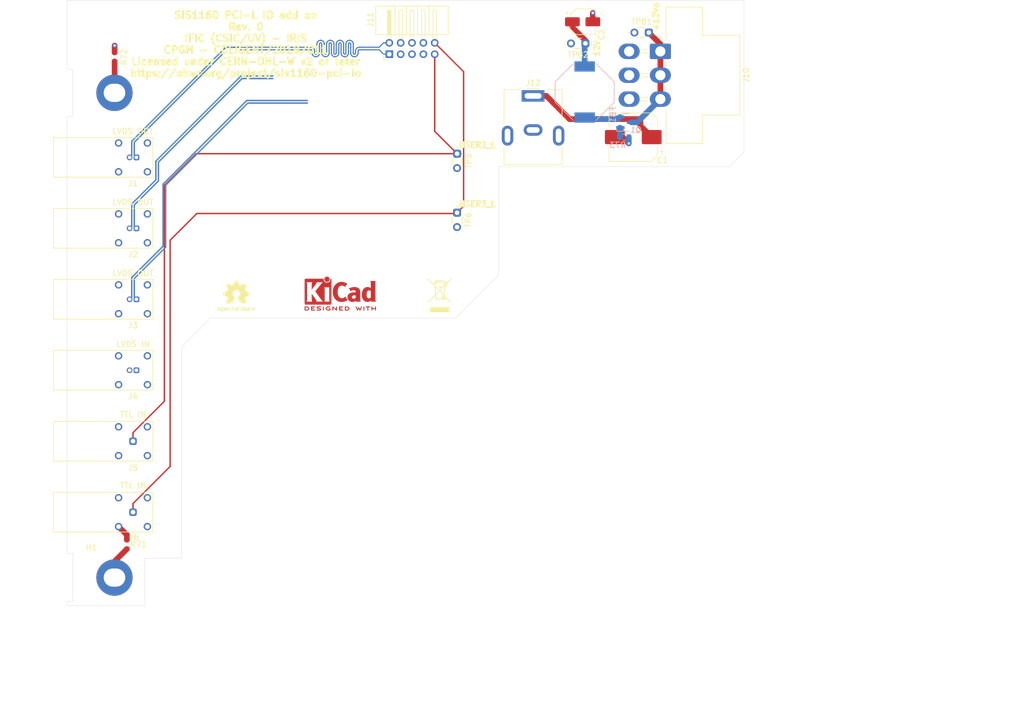
<source format=kicad_pcb>
(kicad_pcb (version 20210722) (generator pcbnew)
  (layers (0 "F.Cu" signal) (1 "In1.Cu" power) (2 "In2.Cu" power) (31 "B.Cu" signal) (34 "B.Paste" user) (35 "F.Paste" user) (36 "B.SilkS" user "B.Silkscreen") (37 "F.SilkS" user "F.Silkscreen") (38 "B.Mask" user) (39 "F.Mask" user) (44 "Edge.Cuts" user))
  (net 0 "")
  (net 1 "GND")
  (net 2 "+12V")
  (net 3 "USER2_L")
  (net 4 "USER3_L")
  (net 5 "CLK_P")
  (net 6 "CLK_N")
  (net 7 "TRIG_P")
  (net 8 "TRIG_N")
  (net 9 "TIMES_P")
  (net 10 "TIMES_N")
  (net 11 "USER1_P")
  (net 12 "USER1_N")
  (net 13 "/MP")
  (net 14 "PEG+12Vo")
  (net 15 "/12Vs")
  (net 16 "/12Vg")
  (footprint "BoardIO:Molex_Mini-Fit_Jr_5569-06A1_2x03_P4.20mm_Horizontal" (layer "F.Cu") (at 104.648 -92.695 -90)
    (fp_text reference "J10")
    (fp_text value "DC PWR IN")
  )
  (footprint "Resistor_SMD:R_0603_1608Metric" (layer "F.Cu") (at 10.668 -5.8675 90)
    (fp_text reference "R71")
    (fp_text value "0")
  )
  (footprint "Resistor_SMD:R_0603_1608Metric" (layer "F.Cu") (at 8.509 -91.7195 90)
    (fp_text reference "R72")
    (fp_text value "0")
  )
  (footprint "BoardIO:LEMO-EPG.00.302.NLN" (layer "F.Cu") (at 11.746 -61.524 180)
    (fp_text reference "J2")
    (fp_text value "LVDS OUT")
  )
  (footprint "BoardIO:LEMO-EPG.00.302.NLN" (layer "F.Cu") (at 11.746 -49.024 180)
    (fp_text reference "J3")
    (fp_text value "LVDS OUT")
  )
  (footprint "BoardIO:LEMO-EPL.00.250.NTN" (layer "F.Cu") (at 11.746 -24.024 180)
    (fp_text reference "J5")
    (fp_text value "TTL IN")
  )
  (footprint "BoardIO:TestPoint_2Pads_Pitch2.54mm_Drill0.8mm" (layer "F.Cu") (at 102.616 -96.012 180)
    (fp_text reference "TP81")
    (fp_text value "TestPoint_2Pole")
  )
  (footprint "BoardIO:TestPoint_2Pads_Pitch2.54mm_Drill0.8mm" (layer "F.Cu") (at 91.44 -94.107 180)
    (fp_text reference "TP82")
    (fp_text value "TestPoint_2Pole")
  )
  (footprint "BoardIO:TestPoint_2Pads_Pitch2.54mm_Drill0.8mm" (layer "F.Cu") (at 68.834 -74.676 -90)
    (fp_text reference "TP5")
    (fp_text value "TestPoint_2Pole")
  )
  (footprint "BoardIO:TestPoint_2Pads_Pitch2.54mm_Drill0.8mm" (layer "F.Cu") (at 68.834 -64.282 -90)
    (fp_text reference "TP6")
    (fp_text value "TestPoint_2Pole")
  )
  (footprint "BoardIO:PCIbracket" (layer "F.Cu") (at 0 0)
    (fp_text reference "H1")
    (fp_text value "PCIeBracket_Pads")
  )
  (footprint "Capacitor_SMD:CP_Elec_4x5.4" (layer "F.Cu") (at 90.954 -97.917)
    (fp_text reference "C2")
    (fp_text value "10u")
  )
  (footprint "BoardIO:LEMO-EPG.00.302.NLN" (layer "F.Cu") (at 11.746 -36.524 180)
    (fp_text reference "J4")
    (fp_text value "LVDS IN")
  )
  (footprint "BoardIO:LEMO-EPG.00.302.NLN" (layer "F.Cu") (at 11.746 -74.024 180)
    (fp_text reference "J1")
    (fp_text value "LVDS OUT")
  )
  (footprint "Capacitor_SMD:CP_Elec_8x10" (layer "F.Cu") (at 99.874 -77.597 180)
    (fp_text reference "C1")
    (fp_text value "470u")
  )
  (footprint "Connector_BarrelJack:BarrelJack_CUI_PJ-063AH_Horizontal" (layer "F.Cu") (at 82.224 -84.851)
    (fp_text reference "J12")
    (fp_text value "DC jack")
  )
  (footprint "BoardIO:Molex_878331031_2x05_P2.00mm_Horizontal" (layer "F.Cu") (at 56.896 -92.202 90)
    (fp_text reference "J11")
    (fp_text value "MultiSync")
  )
  (footprint "BoardIO:LEMO-EPL.00.250.NTN" (layer "F.Cu") (at 11.746 -11.524 180)
    (fp_text reference "J6")
    (fp_text value "TTL IN")
  )
  (footprint "BoardIO:SIS1160" (layer "F.Cu") (at 2.073 5)
    (fp_text reference "FID1" hide)
    (fp_text value "BoardOutline" hide)
  )
  (footprint "Symbol:WEEE-Logo_4.2x6mm_SilkScreen" (layer "F.Cu") (at 65.786 -49.784)
    (fp_text reference "FID3" hide)
    (fp_text value "Logo Trash" hide)
  )
  (footprint "Symbol:KiCad-Logo2_5mm_Copper" (layer "F.Cu") (at 48.26 -50.038)
    (fp_text reference "FID2" hide)
    (fp_text value "Logo KiCAD" hide)
  )
  (footprint "Symbol:OSHW-Logo2_7.3x6mm_SilkScreen" (layer "F.Cu") (at 29.972 -49.53)
    (fp_text reference "FID4" hide)
    (fp_text value "Licensed under CERN-OHL-W v2 or later" hide)
  )
  (footprint "BoardIO:L_Bourns-SRU1028_10.0x10.0mm" (layer "B.Cu") (at 91.313 -85.543 90)
    (fp_text reference "FB1")
    (fp_text value "82u")
  )
  (footprint "Package_TO_SOT_SMD:SOT-23" (layer "B.Cu") (at 98.536 -80.198)
    (fp_text reference "Q1")
    (fp_text value "IRLML5203")
  )
  (footprint "Resistor_SMD:R_0603_1608Metric" (layer "B.Cu") (at 98.298 -77.597)
    (fp_text reference "R73")
    (fp_text value "100k")
  )
  (gr_line (start 119.38 -101.6) (end 0.127 -101.6) (layer "Edge.Cuts") (width 0.05))
  (gr_line (start 0.127 -89.535) (end 1.143 -89.535) (layer "Edge.Cuts") (width 0.05))
  (gr_line (start 1.143 -89.535) (end 1.143 -81.28) (layer "Edge.Cuts") (width 0.05))
  (gr_line (start 1.143 -81.28) (end 0.127 -81.28) (layer "Edge.Cuts") (width 0.05))
  (gr_line (start 0.127 -81.28) (end 0.127 -4.191) (layer "Edge.Cuts") (width 0.05))
  (gr_line (start 0.127 4.191) (end 0.127 4.953) (layer "Edge.Cuts") (width 0.05))
  (gr_line (start 1.143 4.191) (end 0.127 4.191) (layer "Edge.Cuts") (width 0.05))
  (gr_line (start 1.143 -4.191) (end 1.143 4.191) (layer "Edge.Cuts") (width 0.05))
  (gr_line (start 0.127 -4.191) (end 1.143 -4.191) (layer "Edge.Cuts") (width 0.05))
  (gr_line (start 20.32 -40.64) (end 25.4 -45.72) (layer "Edge.Cuts") (width 0.05))
  (gr_line (start 25.4 -45.72) (end 68.58 -45.72) (layer "Edge.Cuts") (width 0.05))
  (gr_line (start 68.58 -45.72) (end 76.2 -53.34) (layer "Edge.Cuts") (width 0.05))
  (gr_line (start 119.38 -74.93) (end 119.38 -101.6) (layer "Edge.Cuts") (width 0.05))
  (gr_line (start 116.84 -72.39) (end 119.38 -74.93) (layer "Edge.Cuts") (width 0.05))
  (gr_line (start 20.32 -3.429) (end 20.32 -40.64) (layer "Edge.Cuts") (width 0.05))
  (gr_line (start 13.843 4.953) (end 13.843 -3.429) (layer "Edge.Cuts") (width 0.05))
  (gr_line (start 13.843 -3.429) (end 20.32 -3.429) (layer "Edge.Cuts") (width 0.05))
  (gr_line (start 116.84 -72.39) (end 76.2 -72.39) (layer "Edge.Cuts") (width 0.05))
  (gr_line (start 0.127 -101.6) (end 0.127 -89.535) (layer "Edge.Cuts") (width 0.05))
  (gr_line (start 0.127 4.953) (end 13.843 4.953) (layer "Edge.Cuts") (width 0.05))
  (gr_line (start 76.2 -72.39) (end 76.2 -53.34) (layer "Edge.Cuts") (width 0.05))
  (gr_text "12V" (at 93.472 -93.218 90) (layer "F.SilkS") (effects (font (size 1 1) (thickness 0.25))))
  (gr_text "USER3_L" (at 72.39 -65.806) (layer "F.SilkS") (effects (font (size 1 1) (thickness 0.25))))
  (gr_text "USER2_L" (at 72.39 -76.2) (layer "F.SilkS") (effects (font (size 1 1) (thickness 0.25))))
  (gr_text "+12Vo" (at 103.886 -98.806 90) (layer "F.SilkS") (effects (font (size 1 1) (thickness 0.25))))
  (gr_text "SIS1160 PCI-L IO add on\nRev. 0\nIFIC (CSIC/UV) - IRIS\nCPGM - CDEIGENT/2019/011\nLicensed under CERN-OHL-W v2 or later\nhttps://ohwr.org/project/sis1160-pci-io" (at 31.623 -93.98) (layer "F.SilkS") (effects (font (size 1.27 1.27) (thickness 0.3))))
  (segment (start 10.668 -6.655) (end 10.668 -7.522) (width 1) (layer "F.Cu") (net 1))
  (segment (start 8.509 -92.507) (end 8.509 -93.726) (width 1) (layer "F.Cu") (net 1))
  (segment (start 92.754 -97.917) (end 92.754 -99.485) (width 1) (layer "F.Cu") (net 1))
  (segment (start 96.624 -77.597) (end 97.968 -77.597) (width 1) (layer "F.Cu") (net 1))
  (segment (start 97.968 -77.597) (end 99.0855 -76.4795) (width 1) (layer "F.Cu") (net 1))
  (segment (start 10.668 -7.522) (end 9.206 -8.984) (width 1) (layer "F.Cu") (net 1))
  (via (at 8.509 -93.726) (size 0.8) (drill 0.4) (layers "F.Cu" "B.Cu") (net 1))
  (via (at 99.0855 -76.4795) (size 0.8) (drill 0.4) (layers "F.Cu" "B.Cu") (net 1))
  (via (at 92.754 -99.485) (size 0.8) (drill 0.4) (layers "F.Cu" "B.Cu") (net 1))
  (segment (start 99.0855 -77.597) (end 99.0855 -76.4795) (width 1) (layer "B.Cu") (net 1))
  (segment (start 91.44 -94.615) (end 89.154 -96.901) (width 1) (layer "F.Cu") (net 2))
  (segment (start 91.44 -94.107) (end 91.44 -94.615) (width 1) (layer "F.Cu") (net 2))
  (segment (start 89.154 -96.901) (end 89.154 -97.917) (width 1) (layer "F.Cu") (net 2))
  (segment (start 91.313 -90.043) (end 91.313 -93.98) (width 1) (layer "B.Cu") (net 2))
  (segment (start 22.86 -74.676) (end 68.834 -74.676) (width 0.25) (layer "F.Cu") (net 3))
  (segment (start 17.272 -69.088) (end 22.86 -74.676) (width 0.25) (layer "F.Cu") (net 3))
  (segment (start 64.896 -78.614) (end 68.834 -74.676) (width 0.25) (layer "F.Cu") (net 3))
  (segment (start 68.834 -74.676) (end 69.534 -74.676) (width 0.25) (layer "F.Cu") (net 3))
  (segment (start 64.896 -92.202) (end 64.896 -78.614) (width 0.25) (layer "F.Cu") (net 3))
  (segment (start 11.746 -24.024) (end 11.746 -25.538753) (width 0.25) (layer "F.Cu") (net 3))
  (segment (start 17.272 -31.064753) (end 17.272 -69.088) (width 0.25) (layer "F.Cu") (net 3))
  (segment (start 11.746 -25.538753) (end 17.272 -31.064753) (width 0.25) (layer "F.Cu") (net 3))
  (segment (start 69.98352 -89.11448) (end 64.896 -94.202) (width 0.25) (layer "F.Cu") (net 4))
  (segment (start 22.987 -64.135) (end 68.687 -64.135) (width 0.25) (layer "F.Cu") (net 4))
  (segment (start 69.98352 -65.43152) (end 69.98352 -89.11448) (width 0.25) (layer "F.Cu") (net 4))
  (segment (start 11.746 -11.524) (end 11.746 -13.038753) (width 0.25) (layer "F.Cu") (net 4))
  (segment (start 68.834 -64.282) (end 69.98352 -65.43152) (width 0.25) (layer "F.Cu") (net 4))
  (segment (start 18.288 -59.436) (end 22.987 -64.135) (width 0.25) (layer "F.Cu") (net 4))
  (segment (start 18.288 -19.580753) (end 18.288 -59.436) (width 0.25) (layer "F.Cu") (net 4))
  (segment (start 11.746 -13.038753) (end 18.288 -19.580753) (width 0.25) (layer "F.Cu") (net 4))
  (segment (start 44.998 -93.427) (end 44.998 -92.402) (width 0.2) (layer "B.Cu") (net 5))
  (segment (start 46.698 -94.002) (end 46.698 -93.427) (width 0.2) (layer "B.Cu") (net 5))
  (segment (start 47.998 -92.977) (end 47.998 -94.002) (width 0.2) (layer "B.Cu") (net 5))
  (segment (start 55.108499 -92.977) (end 55.883499 -92.202) (width 0.2) (layer "B.Cu") (net 5))
  (segment (start 44.598 -92.402) (end 44.598 -92.777) (width 0.2) (layer "B.Cu") (net 5))
  (segment (start 51.598 -92.977) (end 52.071249 -92.977) (width 0.2) (layer "B.Cu") (net 5))
  (segment (start 47.998 -92.402) (end 47.998 -92.977) (width 0.2) (layer "B.Cu") (net 5))
  (segment (start 55.883499 -92.202) (end 56.896 -92.202) (width 0.2) (layer "B.Cu") (net 5))
  (segment (start 46.298 -92.977) (end 46.298 -94.002) (width 0.2) (layer "B.Cu") (net 5))
  (segment (start 50.098 -93.427) (end 50.098 -92.402) (width 0.2) (layer "B.Cu") (net 5))
  (segment (start 30.48 -92.977) (end 43.098 -92.977) (width 0.2) (layer "B.Cu") (net 5))
  (segment (start 11.971001 -74.398999) (end 12.346 -74.024) (width 0.25) (layer "B.Cu") (net 5))
  (segment (start 46.298 -92.402) (end 46.298 -92.977) (width 0.2) (layer "B.Cu") (net 5))
  (segment (start 50.098 -94.002) (end 50.098 -93.427) (width 0.2) (layer "B.Cu") (net 5))
  (segment (start 44.998 -94.002) (end 44.998 -93.427) (width 0.2) (layer "B.Cu") (net 5))
  (segment (start 11.971001 -76.676801) (end 27.422671 -92.128471) (width 0.25) (layer "B.Cu") (net 5))
  (segment (start 46.698 -93.427) (end 46.698 -92.402) (width 0.2) (layer "B.Cu") (net 5))
  (segment (start 11.971001 -76.676801) (end 11.971001 -74.398999) (width 0.25) (layer "B.Cu") (net 5))
  (segment (start 51.398 -92.402) (end 51.398 -92.777) (width 0.2) (layer "B.Cu") (net 5))
  (segment (start 49.698 -92.402) (end 49.698 -92.977) (width 0.2) (layer "B.Cu") (net 5))
  (segment (start 52.071249 -92.977) (end 55.108499 -92.977) (width 0.2) (layer "B.Cu") (net 5))
  (segment (start 48.398 -94.002) (end 48.398 -93.427) (width 0.2) (layer "B.Cu") (net 5))
  (segment (start 43.298 -92.777) (end 43.298 -92.402) (width 0.2) (layer "B.Cu") (net 5))
  (segment (start 44.598 -92.777) (end 44.598 -94.002) (width 0.2) (layer "B.Cu") (net 5))
  (segment (start 49.698 -92.977) (end 49.698 -94.002) (width 0.2) (layer "B.Cu") (net 5))
  (segment (start 48.398 -93.427) (end 48.398 -92.402) (width 0.2) (layer "B.Cu") (net 5))
  (arc (start 51.398 -92.777) (mid 51.456579 -92.918421) (end 51.598 -92.977) (width 0.2) (layer "B.Cu") (net 5))
  (arc (start 43.098 -92.977) (mid 43.239421 -92.918421) (end 43.298 -92.777) (width 0.2) (layer "B.Cu") (net 5))
  (arc (start 44.598 -94.002) (mid 44.656579 -94.143421) (end 44.798 -94.202) (width 0.2) (layer "B.Cu") (net 5))
  (arc (start 50.748 -91.752) (mid 51.207619 -91.942381) (end 51.398 -92.402) (width 0.2) (layer "B.Cu") (net 5))
  (arc (start 43.948 -91.752) (mid 44.407619 -91.942381) (end 44.598 -92.402) (width 0.2) (layer "B.Cu") (net 5))
  (arc (start 43.298 -92.402) (mid 43.488381 -91.942381) (end 43.948 -91.752) (width 0.2) (layer "B.Cu") (net 5))
  (arc (start 46.498 -94.202) (mid 46.639421 -94.143421) (end 46.698 -94.002) (width 0.2) (layer "B.Cu") (net 5))
  (arc (start 44.998 -92.402) (mid 45.188381 -91.942381) (end 45.648 -91.752) (width 0.2) (layer "B.Cu") (net 5))
  (arc (start 45.648 -91.752) (mid 46.107619 -91.942381) (end 46.298 -92.402) (width 0.2) (layer "B.Cu") (net 5))
  (arc (start 44.798 -94.202) (mid 44.939421 -94.143421) (end 44.998 -94.002) (width 0.2) (layer "B.Cu") (net 5))
  (arc (start 47.348 -91.752) (mid 47.807619 -91.942381) (end 47.998 -92.402) (width 0.2) (layer "B.Cu") (net 5))
  (arc (start 50.098 -92.402) (mid 50.288381 -91.942381) (end 50.748 -91.752) (width 0.2) (layer "B.Cu") (net 5))
  (arc (start 47.998 -94.002) (mid 48.056579 -94.143421) (end 48.198 -94.202) (width 0.2) (layer "B.Cu") (net 5))
  (arc (start 46.298 -94.002) (mid 46.356579 -94.143421) (end 46.498 -94.202) (width 0.2) (layer "B.Cu") (net 5))
  (arc (start 49.898 -94.202) (mid 50.039421 -94.143421) (end 50.098 -94.002) (width 0.2) (layer "B.Cu") (net 5))
  (arc (start 48.198 -94.202) (mid 48.339421 -94.143421) (end 48.398 -94.002) (width 0.2) (layer "B.Cu") (net 5))
  (arc (start 46.698 -92.402) (mid 46.888381 -91.942381) (end 47.348 -91.752) (width 0.2) (layer "B.Cu") (net 5))
  (arc (start 49.048 -91.752) (mid 49.507619 -91.942381) (end 49.698 -92.402) (width 0.2) (layer "B.Cu") (net 5))
  (arc (start 49.698 -94.002) (mid 49.756579 -94.143421) (end 49.898 -94.202) (width 0.2) (layer "B.Cu") (net 5))
  (arc (start 48.398 -92.402) (mid 48.588381 -91.942381) (end 49.048 -91.752) (width 0.2) (layer "B.Cu") (net 5))
  (segment (start 50.948 -92.402) (end 50.948 -92.777) (width 0.2) (layer "B.Cu") (net 6))
  (segment (start 48.848 -94.002) (end 48.848 -93.427) (width 0.2) (layer "B.Cu") (net 6))
  (segment (start 47.548 -92.402) (end 47.548 -92.977) (width 0.2) (layer "B.Cu") (net 6))
  (segment (start 55.108499 -93.427) (end 55.883499 -94.202) (width 0.2) (layer "B.Cu") (net 6))
  (segment (start 50.548 -93.427) (end 50.548 -92.402) (width 0.2) (layer "B.Cu") (net 6))
  (segment (start 30.48 -93.427) (end 43.098 -93.427) (width 0.2) (layer "B.Cu") (net 6))
  (segment (start 11.520999 -76.863199) (end 28.0848 -93.427) (width 0.25) (layer "B.Cu") (net 6))
  (segment (start 11.146 -74.024) (end 11.520999 -74.398999) (width 0.25) (layer "B.Cu") (net 6))
  (segment (start 49.248 -92.402) (end 49.248 -92.977) (width 0.2) (layer "B.Cu") (net 6))
  (segment (start 45.448 -94.002) (end 45.448 -93.427) (width 0.2) (layer "B.Cu") (net 6))
  (segment (start 28.0848 -93.427) (end 30.551 -93.427) (width 0.25) (layer "B.Cu") (net 6))
  (segment (start 11.520999 -74.398999) (end 11.520999 -76.863199) (width 0.25) (layer "B.Cu") (net 6))
  (segment (start 45.448 -93.427) (end 45.448 -92.402) (width 0.2) (layer "B.Cu") (net 6))
  (segment (start 44.148 -92.402) (end 44.148 -92.777) (width 0.2) (layer "B.Cu") (net 6))
  (segment (start 48.848 -93.427) (end 48.848 -92.402) (width 0.2) (layer "B.Cu") (net 6))
  (segment (start 45.848 -92.977) (end 45.848 -94.002) (width 0.2) (layer "B.Cu") (net 6))
  (segment (start 43.748 -92.777) (end 43.748 -92.402) (width 0.2) (layer "B.Cu") (net 6))
  (segment (start 44.148 -92.777) (end 44.148 -94.002) (width 0.2) (layer "B.Cu") (net 6))
  (segment (start 47.148 -94.002) (end 47.148 -93.427) (width 0.2) (layer "B.Cu") (net 6))
  (segment (start 52.071249 -93.427) (end 55.108499 -93.427) (width 0.2) (layer "B.Cu") (net 6))
  (segment (start 49.248 -92.977) (end 49.248 -94.002) (width 0.2) (layer "B.Cu") (net 6))
  (segment (start 45.848 -92.402) (end 45.848 -92.977) (width 0.2) (layer "B.Cu") (net 6))
  (segment (start 51.598 -93.427) (end 52.071249 -93.427) (width 0.2) (layer "B.Cu") (net 6))
  (segment (start 55.883499 -94.202) (end 56.896 -94.202) (width 0.2) (layer "B.Cu") (net 6))
  (segment (start 47.148 -93.427) (end 47.148 -92.402) (width 0.2) (layer "B.Cu") (net 6))
  (segment (start 47.548 -92.977) (end 47.548 -94.002) (width 0.2) (layer "B.Cu") (net 6))
  (segment (start 50.548 -94.002) (end 50.548 -93.427) (width 0.2) (layer "B.Cu") (net 6))
  (arc (start 46.498 -94.652) (mid 46.957619 -94.461619) (end 47.148 -94.002) (width 0.2) (layer "B.Cu") (net 6))
  (arc (start 45.648 -92.202) (mid 45.789421 -92.260579) (end 45.848 -92.402) (width 0.2) (layer "B.Cu") (net 6))
  (arc (start 49.048 -92.202) (mid 49.189421 -92.260579) (end 49.248 -92.402) (width 0.2) (layer "B.Cu") (net 6))
  (arc (start 43.948 -92.202) (mid 44.089421 -92.260579) (end 44.148 -92.402) (width 0.2) (layer "B.Cu") (net 6))
  (arc (start 47.148 -92.402) (mid 47.206579 -92.260579) (end 47.348 -92.202) (width 0.2) (layer "B.Cu") (net 6))
  (arc (start 48.198 -94.652) (mid 48.657619 -94.461619) (end 48.848 -94.002) (width 0.2) (layer "B.Cu") (net 6))
  (arc (start 47.548 -94.002) (mid 47.738381 -94.461619) (end 48.198 -94.652) (width 0.2) (layer "B.Cu") (net 6))
  (arc (start 49.248 -94.002) (mid 49.438381 -94.461619) (end 49.898 -94.652) (width 0.2) (layer "B.Cu") (net 6))
  (arc (start 43.098 -93.427) (mid 43.557619 -93.236619) (end 43.748 -92.777) (width 0.2) (layer "B.Cu") (net 6))
  (arc (start 43.748 -92.402) (mid 43.806579 -92.260579) (end 43.948 -92.202) (width 0.2) (layer "B.Cu") (net 6))
  (arc (start 49.898 -94.652) (mid 50.357619 -94.461619) (end 50.548 -94.002) (width 0.2) (layer "B.Cu") (net 6))
  (arc (start 45.448 -92.402) (mid 45.506579 -92.260579) (end 45.648 -92.202) (width 0.2) (layer "B.Cu") (net 6))
  (arc (start 44.798 -94.652) (mid 45.257619 -94.461619) (end 45.448 -94.002) (width 0.2) (layer "B.Cu") (net 6))
  (arc (start 50.748 -92.202) (mid 50.889421 -92.260579) (end 50.948 -92.402) (width 0.2) (layer "B.Cu") (net 6))
  (arc (start 48.848 -92.402) (mid 48.906579 -92.260579) (end 49.048 -92.202) (width 0.2) (layer "B.Cu") (net 6))
  (arc (start 45.848 -94.002) (mid 46.038381 -94.461619) (end 46.498 -94.652) (width 0.2) (layer "B.Cu") (net 6))
  (arc (start 47.348 -92.202) (mid 47.489421 -92.260579) (end 47.548 -92.402) (width 0.2) (layer "B.Cu") (net 6))
  (arc (start 44.148 -94.002) (mid 44.338381 -94.461619) (end 44.798 -94.652) (width 0.2) (layer "B.Cu") (net 6))
  (arc (start 50.548 -92.402) (mid 50.606579 -92.260579) (end 50.748 -92.202) (width 0.2) (layer "B.Cu") (net 6))
  (arc (start 50.948 -92.777) (mid 51.138381 -93.236619) (end 51.598 -93.427) (width 0.2) (layer "B.Cu") (net 6))
  (segment (start 11.971001 -65.627801) (end 16.227 -69.8838) (width 0.25) (layer "B.Cu") (net 7))
  (segment (start 16.227 -69.8838) (end 16.227 -73.1858) (width 0.25) (layer "B.Cu") (net 7))
  (segment (start 11.971001 -61.898999) (end 11.971001 -65.627801) (width 0.25) (layer "B.Cu") (net 7))
  (segment (start 30.9542 -87.913) (end 36.385 -87.913) (width 0.25) (layer "B.Cu") (net 7))
  (segment (start 12.346 -61.524) (end 11.971001 -61.898999) (width 0.25) (layer "B.Cu") (net 7))
  (segment (start 16.227 -73.1858) (end 30.9542 -87.913) (width 0.25) (layer "B.Cu") (net 7))
  (segment (start 30.7678 -88.363) (end 15.777 -73.3722) (width 0.25) (layer "B.Cu") (net 8))
  (segment (start 15.777 -70.0702) (end 11.520999 -65.814199) (width 0.25) (layer "B.Cu") (net 8))
  (segment (start 11.520999 -61.898999) (end 11.146 -61.524) (width 0.25) (layer "B.Cu") (net 8))
  (segment (start 15.777 -73.3722) (end 15.777 -70.0702) (width 0.25) (layer "B.Cu") (net 8))
  (segment (start 30.7678 -88.363) (end 36.385 -88.363) (width 0.25) (layer "B.Cu") (net 8))
  (segment (start 11.520999 -65.814199) (end 11.520999 -61.898999) (width 0.25) (layer "B.Cu") (net 8))
  (segment (start 11.971001 -52.673801) (end 17.497 -58.1998) (width 0.25) (layer "B.Cu") (net 9))
  (segment (start 11.971001 -49.398999) (end 11.971001 -52.673801) (width 0.25) (layer "B.Cu") (net 9))
  (segment (start 31.9702 -83.595) (end 42.463481 -83.595) (width 0.25) (layer "B.Cu") (net 9))
  (segment (start 12.346 -49.024) (end 11.971001 -49.398999) (width 0.25) (layer "B.Cu") (net 9))
  (segment (start 17.497 -69.1218) (end 31.9702 -83.595) (width 0.25) (layer "B.Cu") (net 9))
  (segment (start 17.497 -58.1998) (end 17.497 -69.1218) (width 0.25) (layer "B.Cu") (net 9))
  (segment (start 17.047 -69.3082) (end 17.047 -58.3862) (width 0.25) (layer "B.Cu") (net 10))
  (segment (start 11.520999 -52.860199) (end 11.520999 -49.398999) (width 0.25) (layer "B.Cu") (net 10))
  (segment (start 31.7838 -84.045) (end 42.463481 -84.045) (width 0.25) (layer "B.Cu") (net 10))
  (segment (start 17.047 -58.3862) (end 11.520999 -52.860199) (width 0.25) (layer "B.Cu") (net 10))
  (segment (start 31.7838 -84.045) (end 17.047 -69.3082) (width 0.25) (layer "B.Cu") (net 10))
  (segment (start 11.520999 -49.398999) (end 11.146 -49.024) (width 0.25) (layer "B.Cu") (net 10))
  (segment (start 8.4836 0) (end 8.4836 -2.84559) (width 1) (layer "F.Cu") (net 13))
  (segment (start 8.509 -90.932) (end 8.509 -85.4202) (width 1) (layer "F.Cu") (net 13))
  (segment (start 8.4836 -2.84559) (end 10.668 -5.02999) (width 1) (layer "F.Cu") (net 13))
  (segment (start 101.125 -80.772) (end 104.648 -84.295) (width 1) (layer "F.Cu") (net 14))
  (segment (start 104.648 -92.695) (end 104.648 -93.98) (width 1) (layer "F.Cu") (net 14))
  (segment (start 101.125 -79.596) (end 101.125 -80.772) (width 1) (layer "F.Cu") (net 14))
  (segment (start 84.567 -84.851) (end 88.646 -80.772) (width 1) (layer "F.Cu") (net 14))
  (segment (start 104.648 -92.695) (end 104.648 -84.295) (width 1) (layer "F.Cu") (net 14))
  (segment (start 104.648 -93.98) (end 102.616 -96.012) (width 1) (layer "F.Cu") (net 14))
  (segment (start 103.124 -77.597) (end 101.125 -79.596) (width 1) (layer "F.Cu") (net 14))
  (segment (start 82.224 -84.851) (end 84.567 -84.851) (width 1) (layer "F.Cu") (net 14))
  (segment (start 88.646 -80.772) (end 101.125 -80.772) (width 1) (layer "F.Cu") (net 14))
  (segment (start 100.551 -80.198) (end 99.536 -80.198) (width 1) (layer "B.Cu") (net 14))
  (segment (start 104.648 -84.295) (end 100.551 -80.198) (width 1) (layer "B.Cu") (net 14))
  (segment (start 97.16 -80.772) (end 91.584 -80.772) (width 1) (layer "B.Cu") (net 15))
  (segment (start 97.536 -81.148) (end 97.16 -80.772) (width 1) (layer "B.Cu") (net 15))
  (segment (start 97.536 -77.6225) (end 97.5105 -77.597) (width 1) (layer "B.Cu") (net 16))
  (segment (start 97.536 -79.248) (end 97.536 -77.6225) (width 1) (layer "B.Cu") (net 16))
)
</source>
